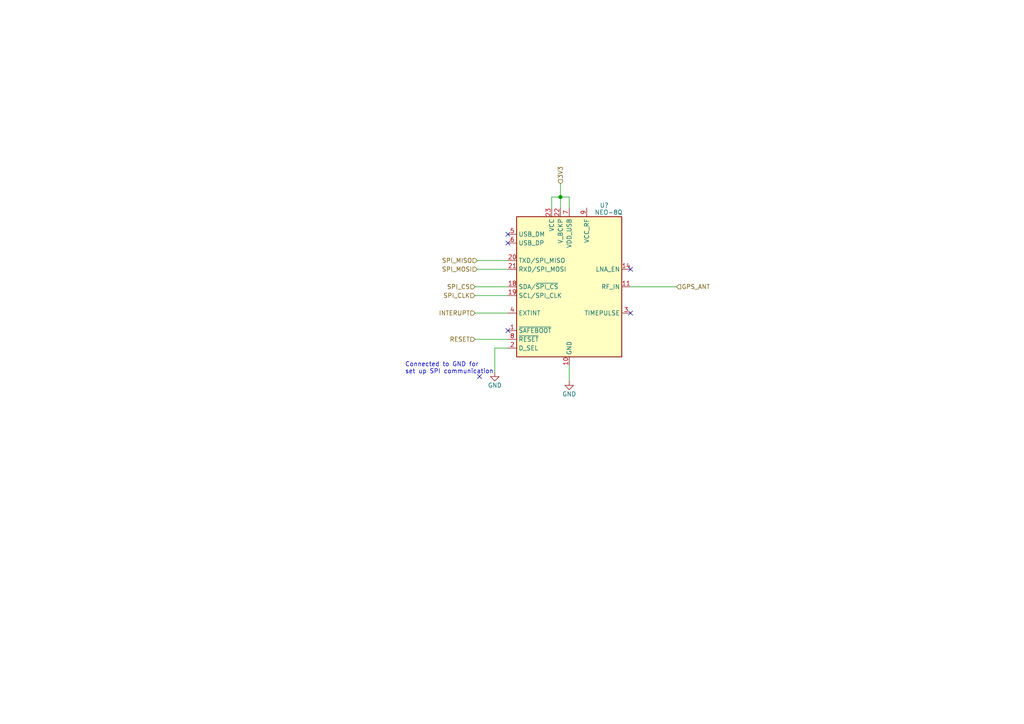
<source format=kicad_sch>
(kicad_sch (version 20210621) (generator eeschema)
  (paper "A4")
  (lib_symbols
    (symbol "RF_GPS:NEO-8Q"
      (property "Reference" "U" (at -13.97 21.59 0))
      (property "Value" "NEO-8Q" (at 11.43 21.59 0))
      (symbol "NEO-8Q_0_1"
        (rectangle (start -15.24 20.32) (end 15.24 -20.32) (stroke (width 0.254)) (fill (type background)))
      )
      (symbol "NEO-8Q_1_1"
        (pin input line (at -17.78 -12.7 0) (length 2.54) (name "~{SAFEBOOT}") (number "1"))
        (pin power_in line (at 0 -22.86 90) (length 2.54) (name "GND") (number "10"))
        (pin input line (at 17.78 0 180) (length 2.54) (name "RF_IN") (number "11"))
        (pin passive line (at 0 -22.86 90) (length 2.54) hide (name "GND") (number "12"))
        (pin passive line (at 0 -22.86 90) (length 2.54) hide (name "GND") (number "13"))
        (pin output line (at 17.78 5.08 180) (length 2.54) (name "LNA_EN") (number "14"))
        (pin no_connect line (at 15.24 -10.16 180) (length 2.54) hide (name "RESERVED") (number "15"))
        (pin no_connect line (at 15.24 -12.7 180) (length 2.54) hide (name "RESERVED") (number "16"))
        (pin no_connect line (at 15.24 -15.24 180) (length 2.54) hide (name "RESERVED") (number "17"))
        (pin bidirectional line (at -17.78 0 0) (length 2.54) (name "SDA/~{SPI_CS}") (number "18"))
        (pin input line (at -17.78 -2.54 0) (length 2.54) (name "SCL/SPI_CLK") (number "19"))
        (pin input line (at -17.78 -17.78 0) (length 2.54) (name "D_SEL") (number "2"))
        (pin output line (at -17.78 7.62 0) (length 2.54) (name "TXD/SPI_MISO") (number "20"))
        (pin input line (at -17.78 5.08 0) (length 2.54) (name "RXD/SPI_MOSI") (number "21"))
        (pin power_in line (at -2.54 22.86 270) (length 2.54) (name "V_BCKP") (number "22"))
        (pin power_in line (at -5.08 22.86 270) (length 2.54) (name "VCC") (number "23"))
        (pin passive line (at 0 -22.86 90) (length 2.54) hide (name "GND") (number "24"))
        (pin output line (at 17.78 -7.62 180) (length 2.54) (name "TIMEPULSE") (number "3"))
        (pin input line (at -17.78 -7.62 0) (length 2.54) (name "EXTINT") (number "4"))
        (pin bidirectional line (at -17.78 15.24 0) (length 2.54) (name "USB_DM") (number "5"))
        (pin bidirectional line (at -17.78 12.7 0) (length 2.54) (name "USB_DP") (number "6"))
        (pin power_in line (at 0 22.86 270) (length 2.54) (name "VDD_USB") (number "7"))
        (pin input line (at -17.78 -15.24 0) (length 2.54) (name "~{RESET}") (number "8"))
        (pin power_out line (at 5.08 22.86 270) (length 2.54) (name "VCC_RF") (number "9"))
      )
    )
    (symbol "power:GND" (power) (pin_names (offset 0))
      (property "Value" "GND" (at 0 -3.81 0))
      (symbol "GND_0_1"
        (polyline (pts (xy 0 0) (xy 0 -1.27) (xy 1.27 -1.27) (xy 0 -2.54) (xy -1.27 -1.27) (xy 0 -1.27)))
      )
      (symbol "GND_1_1"
        (pin power_in line (at 0 0 270) (length 0) hide (name "GND") (number "1"))
      )
    )
  )
  (junction (at 162.56 57.15) (diameter 1.016))
  (no_connect (at 139.065 109.22))
  (no_connect (at 147.32 67.945))
  (no_connect (at 147.32 70.485))
  (no_connect (at 147.32 95.885))
  (no_connect (at 182.88 78.105))
  (no_connect (at 182.88 90.805))
  (wire (pts (xy 137.795 83.185) (xy 147.32 83.185)))
  (wire (pts (xy 137.795 85.725) (xy 147.32 85.725)))
  (wire (pts (xy 137.795 90.805) (xy 147.32 90.805)))
  (wire (pts (xy 137.795 98.425) (xy 147.32 98.425)))
  (wire (pts (xy 138.43 75.565) (xy 147.32 75.565)))
  (wire (pts (xy 138.43 78.105) (xy 147.32 78.105)))
  (wire (pts (xy 143.51 100.965) (xy 143.51 107.95)))
  (wire (pts (xy 147.32 100.965) (xy 143.51 100.965)))
  (wire (pts (xy 160.02 57.15) (xy 162.56 57.15)))
  (wire (pts (xy 160.02 60.325) (xy 160.02 57.15)))
  (wire (pts (xy 162.56 53.34) (xy 162.56 57.15)))
  (wire (pts (xy 162.56 57.15) (xy 162.56 60.325)))
  (wire (pts (xy 165.1 57.15) (xy 162.56 57.15)))
  (wire (pts (xy 165.1 60.325) (xy 165.1 57.15)))
  (wire (pts (xy 165.1 106.045) (xy 165.1 110.49)))
  (wire (pts (xy 182.88 83.185) (xy 196.215 83.185)))
  (text "Connected to GND for \nset up SPI communication\n" (at 117.475 108.585 0) (effects (font (size 1.27 1.27)) (justify left bottom)))
  (hierarchical_label "SPI_CS" (shape input) (at 137.795 83.185 180))
  (hierarchical_label "SPI_CLK" (shape input) (at 137.795 85.725 180))
  (hierarchical_label "INTERUPT" (shape input) (at 137.795 90.805 180))
  (hierarchical_label "RESET" (shape input) (at 137.795 98.425 180))
  (hierarchical_label "SPI_MISO" (shape input) (at 138.43 75.565 180))
  (hierarchical_label "SPI_MOSI" (shape input) (at 138.43 78.105 180))
  (hierarchical_label "3V3" (shape input) (at 162.56 53.34 90))
  (hierarchical_label "GPS_ANT" (shape input) (at 196.215 83.185 0))
  (symbol (lib_id "power:GND") (at 143.51 107.95 0) (unit 1)
    (property "Reference" "#PWR?" (effects hide))
    (property "Value" "GND" (at 143.51 111.76 0))
  )
  (symbol (lib_id "power:GND") (at 165.1 110.49 0) (unit 1)
    (property "Reference" "#PWR?" (effects hide))
    (property "Value" "GND" (at 165.1 114.3 0))
  )
  (symbol (lib_id "RF_GPS:NEO-8Q") (at 165.1 83.185 0) (unit 1)
    (property "Reference" "U?" (at 175.26 59.5536 0))
    (property "Value" "NEO-8Q" (at 176.53 61.595 0))
    (property "Footprint" "RF_GPS:ublox_NEO" (effects hide))
    (property "Datasheet" "https://www.u-blox.com/sites/default/files/NEO-8Q_DataSheet_%28UBX-15031913%29.pdf" (effects hide))
  )
)
</source>
